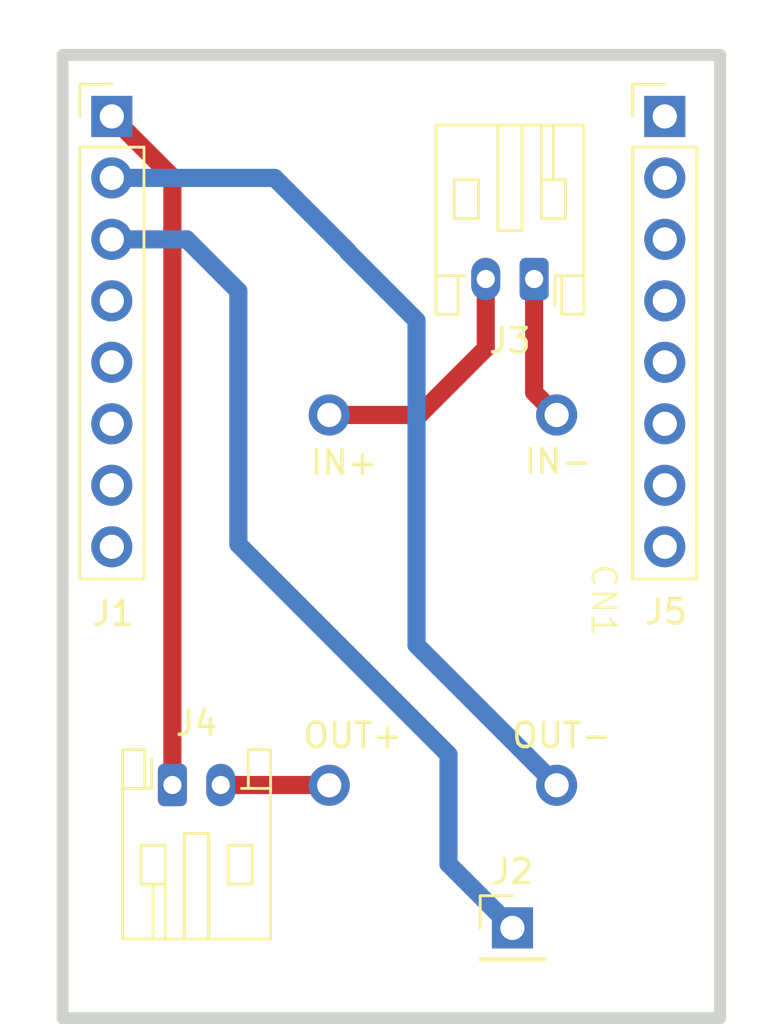
<source format=kicad_pcb>
(kicad_pcb (version 20221018) (generator pcbnew)
  (title_block (title "UnderwaterCam Board") (rev "v01") (comment 7 "creativecommons.org/licenses/by/4.0") (comment 8 "License: CC BY 4.0") (comment 9 "Author: Jason Zhang"))
  (layers (0 "F.Cu" signal) (31 "B.Cu" signal) (34 "B.Paste" user) (35 "F.Paste" user) (36 "B.SilkS" user "B.Silkscreen") (37 "F.SilkS" user "F.Silkscreen") (38 "B.Mask" user) (39 "F.Mask" user) (44 "Edge.Cuts" user))
  (net 0 "")
  (net 1 "Net-(CN1-IN-)")
  (net 2 "Net-(CN1-OUT-)")
  (net 3 "Net-(CN1-IN+)")
  (net 4 "Net-(CN1-OUT+)")
  (net 5 "Net-(J1-Pin_1)")
  (footprint "Connector_PinHeader_2.54mm:PinHeader_1x01_P2.54mm_Vertical" (layer "F.Cu") (at 147.3708 113.538)
    (fp_text reference "J2" (at 0 -2.33) (layer "F.SilkS"))
    (fp_text value "Touch1")
    (fp_line (start -1.33 -1.33) (end 0 -1.33) (stroke (width 0.12)) (layer "F.SilkS"))
    (fp_line (start -1.33 0) (end -1.33 -1.33) (stroke (width 0.12)) (layer "F.SilkS"))
    (fp_line (start -1.33 1.27) (end -1.33 1.33) (stroke (width 0.12)) (layer "F.SilkS"))
    (fp_line (start -1.33 1.27) (end 1.33 1.27) (stroke (width 0.12)) (layer "F.SilkS"))
    (fp_line (start -1.33 1.33) (end 1.33 1.33) (stroke (width 0.12)) (layer "F.SilkS"))
    (fp_line (start 1.33 1.27) (end 1.33 1.33) (stroke (width 0.12)) (layer "F.SilkS"))
    (pad "1" thru_hole rect (at 0 0) (size 1.7 1.7) (drill 1) (layers "*.Cu" "*.Mask") (net 3 "Net-(CN1-IN+)"))
  )
  (footprint "WaterCamCustom:PowerSupplyConn" (layer "F.Cu") (at 144.4996 99.9952 -90)
    (fp_text reference "CN1" (at 0 -6.6548 -90 unlocked) (layer "F.SilkS") (effects (font (thickness 0.1))))
    (fp_text value "~")
    (pad "1" thru_hole circle (at -7.65 -4.7 270) (size 1.7 1.7) (drill 1) (layers "*.Cu" "*.Mask") (net 1 "Net-(CN1-IN-)"))
    (pad "2" thru_hole circle (at 7.65 -4.7 270) (size 1.7 1.7) (drill 1) (layers "*.Cu" "*.Mask") (net 2 "Net-(CN1-OUT-)"))
    (pad "3" thru_hole circle (at -7.65 4.7 270) (size 1.7 1.7) (drill 1) (layers "*.Cu" "*.Mask") (net 3 "Net-(CN1-IN+)"))
    (pad "4" thru_hole circle (at 7.65 4.7 270) (size 1.7 1.7) (drill 1) (layers "*.Cu" "*.Mask") (net 4 "Net-(CN1-OUT+)"))
  )
  (footprint "Connector_JST:JST_PH_S2B-PH-K_1x02_P2.00mm_Horizontal" (layer "F.Cu") (at 148.2692 86.7272 180)
    (fp_text reference "J3" (at 1 -2.55) (layer "F.SilkS"))
    (fp_text value "Conn_01x02")
    (fp_line (start -2.06 -1.46) (end -2.06 6.36) (stroke (width 0.12)) (layer "F.SilkS"))
    (fp_line (start -2.06 0.14) (end -1.14 0.14) (stroke (width 0.12)) (layer "F.SilkS"))
    (fp_line (start -2.06 6.36) (end 4.06 6.36) (stroke (width 0.12)) (layer "F.SilkS"))
    (fp_line (start -1.3 2.5) (end -1.3 4.1) (stroke (width 0.12)) (layer "F.SilkS"))
    (fp_line (start -1.3 4.1) (end -0.3 4.1) (stroke (width 0.12)) (layer "F.SilkS"))
    (fp_line (start -1.14 -1.46) (end -2.06 -1.46) (stroke (width 0.12)) (layer "F.SilkS"))
    (fp_line (start -1.14 0.14) (end -1.14 -1.46) (stroke (width 0.12)) (layer "F.SilkS"))
    (fp_line (start -0.86 0.14) (end -1.14 0.14) (stroke (width 0.12)) (layer "F.SilkS"))
    (fp_line (start -0.86 0.14) (end -0.86 -1.075) (stroke (width 0.12)) (layer "F.SilkS"))
    (fp_line (start -0.8 4.1) (end -0.8 6.36) (stroke (width 0.12)) (layer "F.SilkS"))
    (fp_line (start -0.3 2.5) (end -1.3 2.5) (stroke (width 0.12)) (layer "F.SilkS"))
    (fp_line (start -0.3 4.1) (end -0.3 2.5) (stroke (width 0.12)) (layer "F.SilkS"))
    (fp_line (start -0.3 4.1) (end -0.3 6.36) (stroke (width 0.12)) (layer "F.SilkS"))
    (fp_line (start 0.5 2) (end 1.5 2) (stroke (width 0.12)) (layer "F.SilkS"))
    (fp_line (start 0.5 6.36) (end 0.5 2) (stroke (width 0.12)) (layer "F.SilkS"))
    (fp_line (start 1.5 2) (end 1.5 6.36) (stroke (width 0.12)) (layer "F.SilkS"))
    (fp_line (start 2.3 2.5) (end 3.3 2.5) (stroke (width 0.12)) (layer "F.SilkS"))
    (fp_line (start 2.3 4.1) (end 2.3 2.5) (stroke (width 0.12)) (layer "F.SilkS"))
    (fp_line (start 3.14 -1.46) (end 3.14 0.14) (stroke (width 0.12)) (layer "F.SilkS"))
    (fp_line (start 3.14 0.14) (end 2.86 0.14) (stroke (width 0.12)) (layer "F.SilkS"))
    (fp_line (start 3.3 2.5) (end 3.3 4.1) (stroke (width 0.12)) (layer "F.SilkS"))
    (fp_line (start 3.3 4.1) (end 2.3 4.1) (stroke (width 0.12)) (layer "F.SilkS"))
    (fp_line (start 4.06 -1.46) (end 3.14 -1.46) (stroke (width 0.12)) (layer "F.SilkS"))
    (fp_line (start 4.06 0.14) (end 3.14 0.14) (stroke (width 0.12)) (layer "F.SilkS"))
    (fp_line (start 4.06 6.36) (end 4.06 -1.46) (stroke (width 0.12)) (layer "F.SilkS"))
    (pad "1" thru_hole roundrect (at 0 0 180) (size 1.2 1.75) (drill 0.75) (layers "*.Cu" "*.Mask") (roundrect_rratio 0.2083333333) (net 1 "Net-(CN1-IN-)"))
    (pad "2" thru_hole oval (at 2 0 180) (size 1.2 1.75) (drill 0.75) (layers "*.Cu" "*.Mask") (net 3 "Net-(CN1-IN+)"))
  )
  (footprint "Connector_PinHeader_2.54mm:PinHeader_1x08_P2.54mm_Vertical" (layer "F.Cu") (at 153.67 80.01)
    (fp_text reference "J5" (at 0.0508 20.4724) (layer "F.SilkS"))
    (fp_text value "Conn_01x08")
    (fp_line (start -1.33 -1.33) (end 0 -1.33) (stroke (width 0.12)) (layer "F.SilkS"))
    (fp_line (start -1.33 0) (end -1.33 -1.33) (stroke (width 0.12)) (layer "F.SilkS"))
    (fp_line (start -1.33 1.27) (end -1.33 19.11) (stroke (width 0.12)) (layer "F.SilkS"))
    (fp_line (start -1.33 1.27) (end 1.33 1.27) (stroke (width 0.12)) (layer "F.SilkS"))
    (fp_line (start -1.33 19.11) (end 1.33 19.11) (stroke (width 0.12)) (layer "F.SilkS"))
    (fp_line (start 1.33 1.27) (end 1.33 19.11) (stroke (width 0.12)) (layer "F.SilkS"))
    (pad "1" thru_hole rect (at 0 0) (size 1.7 1.7) (drill 1) (layers "*.Cu" "*.Mask"))
    (pad "2" thru_hole oval (at 0 2.54) (size 1.7 1.7) (drill 1) (layers "*.Cu" "*.Mask"))
    (pad "3" thru_hole oval (at 0 5.08) (size 1.7 1.7) (drill 1) (layers "*.Cu" "*.Mask"))
    (pad "4" thru_hole oval (at 0 7.62) (size 1.7 1.7) (drill 1) (layers "*.Cu" "*.Mask"))
    (pad "5" thru_hole oval (at 0 10.16) (size 1.7 1.7) (drill 1) (layers "*.Cu" "*.Mask"))
    (pad "6" thru_hole oval (at 0 12.7) (size 1.7 1.7) (drill 1) (layers "*.Cu" "*.Mask"))
    (pad "7" thru_hole oval (at 0 15.24) (size 1.7 1.7) (drill 1) (layers "*.Cu" "*.Mask"))
    (pad "8" thru_hole oval (at 0 17.78) (size 1.7 1.7) (drill 1) (layers "*.Cu" "*.Mask"))
  )
  (footprint "Connector_PinHeader_2.54mm:PinHeader_1x08_P2.54mm_Vertical" (layer "F.Cu") (at 130.81 80.01)
    (fp_text reference "J1" (at 0.0508 20.5232) (layer "F.SilkS"))
    (fp_text value "Conn_01x08")
    (fp_line (start -1.33 -1.33) (end 0 -1.33) (stroke (width 0.12)) (layer "F.SilkS"))
    (fp_line (start -1.33 0) (end -1.33 -1.33) (stroke (width 0.12)) (layer "F.SilkS"))
    (fp_line (start -1.33 1.27) (end -1.33 19.11) (stroke (width 0.12)) (layer "F.SilkS"))
    (fp_line (start -1.33 1.27) (end 1.33 1.27) (stroke (width 0.12)) (layer "F.SilkS"))
    (fp_line (start -1.33 19.11) (end 1.33 19.11) (stroke (width 0.12)) (layer "F.SilkS"))
    (fp_line (start 1.33 1.27) (end 1.33 19.11) (stroke (width 0.12)) (layer "F.SilkS"))
    (pad "1" thru_hole rect (at 0 0) (size 1.7 1.7) (drill 1) (layers "*.Cu" "*.Mask") (net 5 "Net-(J1-Pin_1)"))
    (pad "2" thru_hole oval (at 0 2.54) (size 1.7 1.7) (drill 1) (layers "*.Cu" "*.Mask") (net 2 "Net-(CN1-OUT-)"))
    (pad "3" thru_hole oval (at 0 5.08) (size 1.7 1.7) (drill 1) (layers "*.Cu" "*.Mask") (net 3 "Net-(CN1-IN+)"))
    (pad "4" thru_hole oval (at 0 7.62) (size 1.7 1.7) (drill 1) (layers "*.Cu" "*.Mask"))
    (pad "5" thru_hole oval (at 0 10.16) (size 1.7 1.7) (drill 1) (layers "*.Cu" "*.Mask"))
    (pad "6" thru_hole oval (at 0 12.7) (size 1.7 1.7) (drill 1) (layers "*.Cu" "*.Mask"))
    (pad "7" thru_hole oval (at 0 15.24) (size 1.7 1.7) (drill 1) (layers "*.Cu" "*.Mask"))
    (pad "8" thru_hole oval (at 0 17.78) (size 1.7 1.7) (drill 1) (layers "*.Cu" "*.Mask"))
  )
  (footprint "Connector_JST:JST_PH_S2B-PH-K_1x02_P2.00mm_Horizontal" (layer "F.Cu") (at 133.3152 107.6336)
    (fp_text reference "J4" (at 1 -2.55) (layer "F.SilkS"))
    (fp_text value "Conn_01x02")
    (fp_line (start -2.06 -1.46) (end -2.06 6.36) (stroke (width 0.12)) (layer "F.SilkS"))
    (fp_line (start -2.06 0.14) (end -1.14 0.14) (stroke (width 0.12)) (layer "F.SilkS"))
    (fp_line (start -2.06 6.36) (end 4.06 6.36) (stroke (width 0.12)) (layer "F.SilkS"))
    (fp_line (start -1.3 2.5) (end -1.3 4.1) (stroke (width 0.12)) (layer "F.SilkS"))
    (fp_line (start -1.3 4.1) (end -0.3 4.1) (stroke (width 0.12)) (layer "F.SilkS"))
    (fp_line (start -1.14 -1.46) (end -2.06 -1.46) (stroke (width 0.12)) (layer "F.SilkS"))
    (fp_line (start -1.14 0.14) (end -1.14 -1.46) (stroke (width 0.12)) (layer "F.SilkS"))
    (fp_line (start -0.86 0.14) (end -1.14 0.14) (stroke (width 0.12)) (layer "F.SilkS"))
    (fp_line (start -0.86 0.14) (end -0.86 -1.075) (stroke (width 0.12)) (layer "F.SilkS"))
    (fp_line (start -0.8 4.1) (end -0.8 6.36) (stroke (width 0.12)) (layer "F.SilkS"))
    (fp_line (start -0.3 2.5) (end -1.3 2.5) (stroke (width 0.12)) (layer "F.SilkS"))
    (fp_line (start -0.3 4.1) (end -0.3 2.5) (stroke (width 0.12)) (layer "F.SilkS"))
    (fp_line (start -0.3 4.1) (end -0.3 6.36) (stroke (width 0.12)) (layer "F.SilkS"))
    (fp_line (start 0.5 2) (end 1.5 2) (stroke (width 0.12)) (layer "F.SilkS"))
    (fp_line (start 0.5 6.36) (end 0.5 2) (stroke (width 0.12)) (layer "F.SilkS"))
    (fp_line (start 1.5 2) (end 1.5 6.36) (stroke (width 0.12)) (layer "F.SilkS"))
    (fp_line (start 2.3 2.5) (end 3.3 2.5) (stroke (width 0.12)) (layer "F.SilkS"))
    (fp_line (start 2.3 4.1) (end 2.3 2.5) (stroke (width 0.12)) (layer "F.SilkS"))
    (fp_line (start 3.14 -1.46) (end 3.14 0.14) (stroke (width 0.12)) (layer "F.SilkS"))
    (fp_line (start 3.14 0.14) (end 2.86 0.14) (stroke (width 0.12)) (layer "F.SilkS"))
    (fp_line (start 3.3 2.5) (end 3.3 4.1) (stroke (width 0.12)) (layer "F.SilkS"))
    (fp_line (start 3.3 4.1) (end 2.3 4.1) (stroke (width 0.12)) (layer "F.SilkS"))
    (fp_line (start 4.06 -1.46) (end 3.14 -1.46) (stroke (width 0.12)) (layer "F.SilkS"))
    (fp_line (start 4.06 0.14) (end 3.14 0.14) (stroke (width 0.12)) (layer "F.SilkS"))
    (fp_line (start 4.06 6.36) (end 4.06 -1.46) (stroke (width 0.12)) (layer "F.SilkS"))
    (pad "1" thru_hole roundrect (at 0 0) (size 1.2 1.75) (drill 0.75) (layers "*.Cu" "*.Mask") (roundrect_rratio 0.2083333333) (net 5 "Net-(J1-Pin_1)"))
    (pad "2" thru_hole oval (at 2 0) (size 1.2 1.75) (drill 0.75) (layers "*.Cu" "*.Mask") (net 4 "Net-(CN1-OUT+)"))
  )
  (gr_line (start 128.778 117.27) (end 155.956 117.27) (stroke (width 0.5)) (layer "Edge.Cuts"))
  (gr_line (start 155.956 117.27) (end 155.956 77.47) (stroke (width 0.5)) (layer "Edge.Cuts"))
  (gr_line (start 155.956 77.47) (end 128.778 77.47) (stroke (width 0.5)) (layer "Edge.Cuts"))
  (gr_line (start 128.778 117.27) (end 128.778 77.47) (stroke (width 0.5)) (layer "Edge.Cuts"))
  (gr_text "IN-" (at 147.7772 94.8436) (layer "F.SilkS") (effects (font (size 1 1)) (justify left bottom)))
  (gr_text "OUT+" (at 138.6332 106.172) (layer "F.SilkS") (effects (font (size 1 1)) (justify left bottom)))
  (gr_text "OUT-" (at 147.2692 106.172) (layer "F.SilkS") (effects (font (size 1 1)) (justify left bottom)))
  (gr_text "IN+" (at 138.938 94.8944) (layer "F.SilkS") (effects (font (size 1 1)) (justify left bottom)))
  (segment (start 148.2692 91.4148) (end 149.1996 92.3452) (width 0.75) (layer "F.Cu") (net 1))
  (segment (start 148.2692 86.7272) (end 148.2692 91.4148) (width 0.75) (layer "F.Cu") (net 1))
  (segment (start 143.4084 101.854) (end 149.1996 107.6452) (width 0.75) (layer "B.Cu") (net 2))
  (segment (start 143.4084 88.4428) (end 143.4084 101.854) (width 0.75) (layer "B.Cu") (net 2))
  (segment (start 140.5636 85.5726) (end 137.541 82.55) (width 0.75) (layer "B.Cu") (net 2))
  (segment (start 130.81 82.55) (end 137.541 82.55) (width 0.75) (layer "B.Cu") (net 2))
  (segment (start 140.5636 85.598) (end 143.4084 88.4428) (width 0.75) (layer "B.Cu") (net 2))
  (segment (start 140.5636 85.598) (end 140.5636 85.5726) (width 0.25) (layer "B.Cu") (net 2))
  (segment (start 146.2692 86.7272) (end 146.2692 89.5952) (width 0.75) (layer "F.Cu") (net 3))
  (segment (start 143.51 92.3544) (end 143.5008 92.3452) (width 0.25) (layer "F.Cu") (net 3))
  (segment (start 143.5008 92.3452) (end 139.7996 92.3452) (width 0.75) (layer "F.Cu") (net 3))
  (segment (start 146.2692 89.5952) (end 143.51 92.3544) (width 0.75) (layer "F.Cu") (net 3))
  (segment (start 133.9088 85.09) (end 136.0424 87.2236) (width 0.75) (layer "B.Cu") (net 3))
  (segment (start 144.7292 110.8964) (end 147.3708 113.538) (width 0.75) (layer "B.Cu") (net 3))
  (segment (start 144.7292 106.3752) (end 144.7292 110.8964) (width 0.75) (layer "B.Cu") (net 3))
  (segment (start 130.81 85.09) (end 133.9088 85.09) (width 0.75) (layer "B.Cu") (net 3))
  (segment (start 136.0424 87.2236) (end 136.0424 97.6884) (width 0.75) (layer "B.Cu") (net 3))
  (segment (start 136.0424 97.6884) (end 144.7292 106.3752) (width 0.75) (layer "B.Cu") (net 3))
  (segment (start 135.3152 107.6336) (end 139.788 107.6336) (width 0.75) (layer "F.Cu") (net 4))
  (segment (start 139.788 107.6336) (end 139.7996 107.6452) (width 0.25) (layer "F.Cu") (net 4))
  (segment (start 133.3152 82.5152) (end 130.81 80.01) (width 0.75) (layer "F.Cu") (net 5))
  (segment (start 133.3152 107.6336) (end 133.3152 82.5152) (width 0.75) (layer "F.Cu") (net 5))
)
</source>
